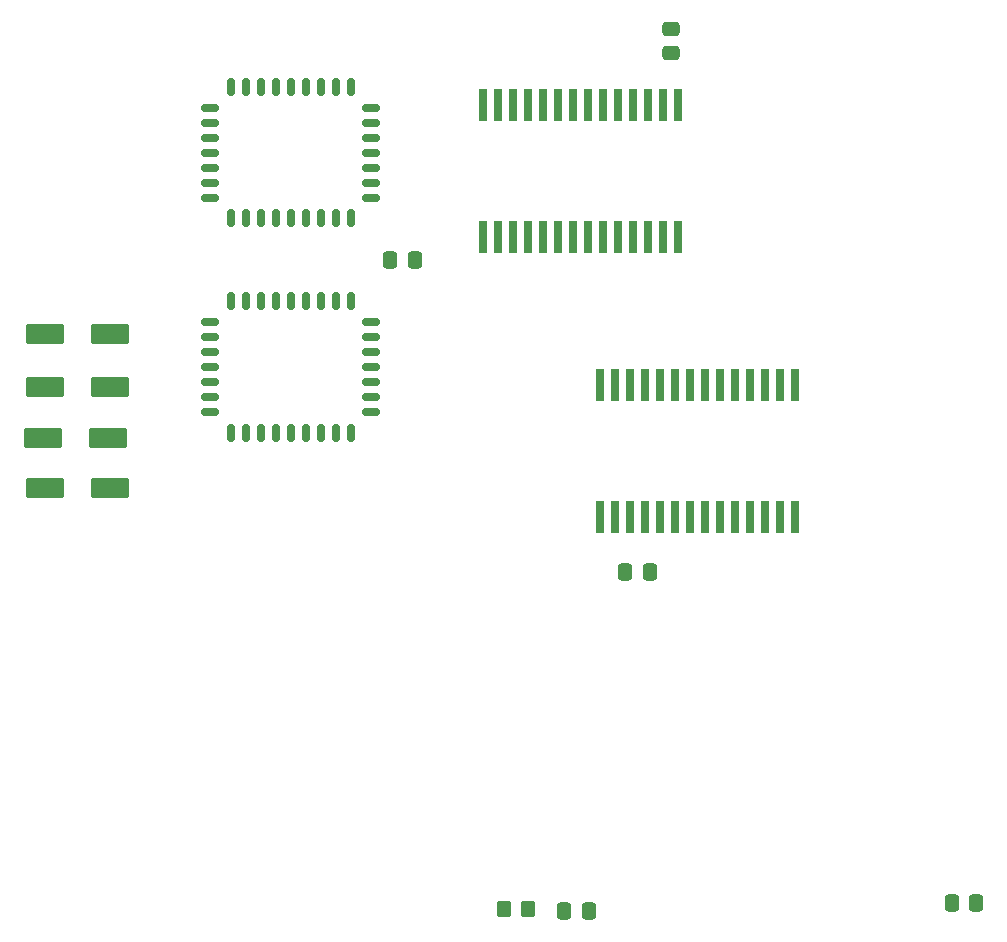
<source format=gbr>
%TF.GenerationSoftware,KiCad,Pcbnew,(7.0.0)*%
%TF.CreationDate,2023-02-16T22:34:58-06:00*%
%TF.ProjectId,cart,63617274-2e6b-4696-9361-645f70636258,rev?*%
%TF.SameCoordinates,Original*%
%TF.FileFunction,Paste,Top*%
%TF.FilePolarity,Positive*%
%FSLAX46Y46*%
G04 Gerber Fmt 4.6, Leading zero omitted, Abs format (unit mm)*
G04 Created by KiCad (PCBNEW (7.0.0)) date 2023-02-16 22:34:58*
%MOMM*%
%LPD*%
G01*
G04 APERTURE LIST*
G04 Aperture macros list*
%AMRoundRect*
0 Rectangle with rounded corners*
0 $1 Rounding radius*
0 $2 $3 $4 $5 $6 $7 $8 $9 X,Y pos of 4 corners*
0 Add a 4 corners polygon primitive as box body*
4,1,4,$2,$3,$4,$5,$6,$7,$8,$9,$2,$3,0*
0 Add four circle primitives for the rounded corners*
1,1,$1+$1,$2,$3*
1,1,$1+$1,$4,$5*
1,1,$1+$1,$6,$7*
1,1,$1+$1,$8,$9*
0 Add four rect primitives between the rounded corners*
20,1,$1+$1,$2,$3,$4,$5,0*
20,1,$1+$1,$4,$5,$6,$7,0*
20,1,$1+$1,$6,$7,$8,$9,0*
20,1,$1+$1,$8,$9,$2,$3,0*%
G04 Aperture macros list end*
%ADD10R,0.750000X2.750000*%
%ADD11RoundRect,0.250000X0.337500X0.475000X-0.337500X0.475000X-0.337500X-0.475000X0.337500X-0.475000X0*%
%ADD12RoundRect,0.250000X-0.475000X0.337500X-0.475000X-0.337500X0.475000X-0.337500X0.475000X0.337500X0*%
%ADD13RoundRect,0.150000X-0.587500X0.150000X-0.587500X-0.150000X0.587500X-0.150000X0.587500X0.150000X0*%
%ADD14RoundRect,0.150000X-0.150000X0.587500X-0.150000X-0.587500X0.150000X-0.587500X0.150000X0.587500X0*%
%ADD15RoundRect,0.250000X1.400000X0.600000X-1.400000X0.600000X-1.400000X-0.600000X1.400000X-0.600000X0*%
%ADD16RoundRect,0.250000X0.350000X0.450000X-0.350000X0.450000X-0.350000X-0.450000X0.350000X-0.450000X0*%
G04 APERTURE END LIST*
D10*
%TO.C,U8*%
X149779999Y-132884999D03*
X148509999Y-132884999D03*
X147239999Y-132884999D03*
X145969999Y-132884999D03*
X144699999Y-132884999D03*
X143429999Y-132884999D03*
X142159999Y-132884999D03*
X140889999Y-132884999D03*
X139619999Y-132884999D03*
X138349999Y-132884999D03*
X137079999Y-132884999D03*
X135809999Y-132884999D03*
X134539999Y-132884999D03*
X133269999Y-132884999D03*
X133269999Y-144064999D03*
X134539999Y-144064999D03*
X135809999Y-144064999D03*
X137079999Y-144064999D03*
X138349999Y-144064999D03*
X139619999Y-144064999D03*
X140889999Y-144064999D03*
X142159999Y-144064999D03*
X143429999Y-144064999D03*
X144699999Y-144064999D03*
X145969999Y-144064999D03*
X147239999Y-144064999D03*
X148509999Y-144064999D03*
X149779999Y-144064999D03*
%TD*%
%TO.C,U7*%
X139904999Y-109234999D03*
X138634999Y-109234999D03*
X137364999Y-109234999D03*
X136094999Y-109234999D03*
X134824999Y-109234999D03*
X133554999Y-109234999D03*
X132284999Y-109234999D03*
X131014999Y-109234999D03*
X129744999Y-109234999D03*
X128474999Y-109234999D03*
X127204999Y-109234999D03*
X125934999Y-109234999D03*
X124664999Y-109234999D03*
X123394999Y-109234999D03*
X123394999Y-120414999D03*
X124664999Y-120414999D03*
X125934999Y-120414999D03*
X127204999Y-120414999D03*
X128474999Y-120414999D03*
X129744999Y-120414999D03*
X131014999Y-120414999D03*
X132284999Y-120414999D03*
X133554999Y-120414999D03*
X134824999Y-120414999D03*
X136094999Y-120414999D03*
X137364999Y-120414999D03*
X138634999Y-120414999D03*
X139904999Y-120414999D03*
%TD*%
D11*
%TO.C,C2*%
X117587500Y-122350000D03*
X115512500Y-122350000D03*
%TD*%
D12*
%TO.C,C7*%
X139300000Y-102762500D03*
X139300000Y-104837500D03*
%TD*%
D13*
%TO.C,U2*%
X113912500Y-131400000D03*
X113912500Y-130130000D03*
X113912500Y-128860000D03*
X113912500Y-127590000D03*
D14*
X112155000Y-125837500D03*
X110885000Y-125837500D03*
X109615000Y-125837500D03*
X108345000Y-125837500D03*
X107075000Y-125837500D03*
X105805000Y-125837500D03*
X104535000Y-125837500D03*
X103265000Y-125837500D03*
X101995000Y-125837500D03*
D13*
X100237500Y-127590000D03*
X100237500Y-128860000D03*
X100237500Y-130130000D03*
X100237500Y-131400000D03*
X100237500Y-132670000D03*
X100237500Y-133940000D03*
X100237500Y-135210000D03*
D14*
X101995000Y-136962500D03*
X103265000Y-136962500D03*
X104535000Y-136962500D03*
X105805000Y-136962500D03*
X107075000Y-136962500D03*
X108345000Y-136962500D03*
X109615000Y-136962500D03*
X110885000Y-136962500D03*
X112155000Y-136962500D03*
D13*
X113912500Y-135210000D03*
X113912500Y-133940000D03*
X113912500Y-132670000D03*
%TD*%
D15*
%TO.C,D4*%
X91770000Y-141665000D03*
X86270000Y-141665000D03*
%TD*%
%TO.C,D2*%
X91770000Y-133115000D03*
X86270000Y-133115000D03*
%TD*%
D11*
%TO.C,C3*%
X132307500Y-177460000D03*
X130232500Y-177460000D03*
%TD*%
D15*
%TO.C,D1*%
X91770000Y-128590000D03*
X86270000Y-128590000D03*
%TD*%
D11*
%TO.C,C1*%
X165107500Y-176780000D03*
X163032500Y-176780000D03*
%TD*%
%TO.C,C4*%
X137475000Y-148765000D03*
X135400000Y-148765000D03*
%TD*%
D15*
%TO.C,D3*%
X91645000Y-137415000D03*
X86145000Y-137415000D03*
%TD*%
D16*
%TO.C,R1*%
X127170000Y-177260000D03*
X125170000Y-177260000D03*
%TD*%
D13*
%TO.C,U3*%
X113912500Y-113250000D03*
X113912500Y-111980000D03*
X113912500Y-110710000D03*
X113912500Y-109440000D03*
D14*
X112155000Y-107687500D03*
X110885000Y-107687500D03*
X109615000Y-107687500D03*
X108345000Y-107687500D03*
X107075000Y-107687500D03*
X105805000Y-107687500D03*
X104535000Y-107687500D03*
X103265000Y-107687500D03*
X101995000Y-107687500D03*
D13*
X100237500Y-109440000D03*
X100237500Y-110710000D03*
X100237500Y-111980000D03*
X100237500Y-113250000D03*
X100237500Y-114520000D03*
X100237500Y-115790000D03*
X100237500Y-117060000D03*
D14*
X101995000Y-118812500D03*
X103265000Y-118812500D03*
X104535000Y-118812500D03*
X105805000Y-118812500D03*
X107075000Y-118812500D03*
X108345000Y-118812500D03*
X109615000Y-118812500D03*
X110885000Y-118812500D03*
X112155000Y-118812500D03*
D13*
X113912500Y-117060000D03*
X113912500Y-115790000D03*
X113912500Y-114520000D03*
%TD*%
M02*

</source>
